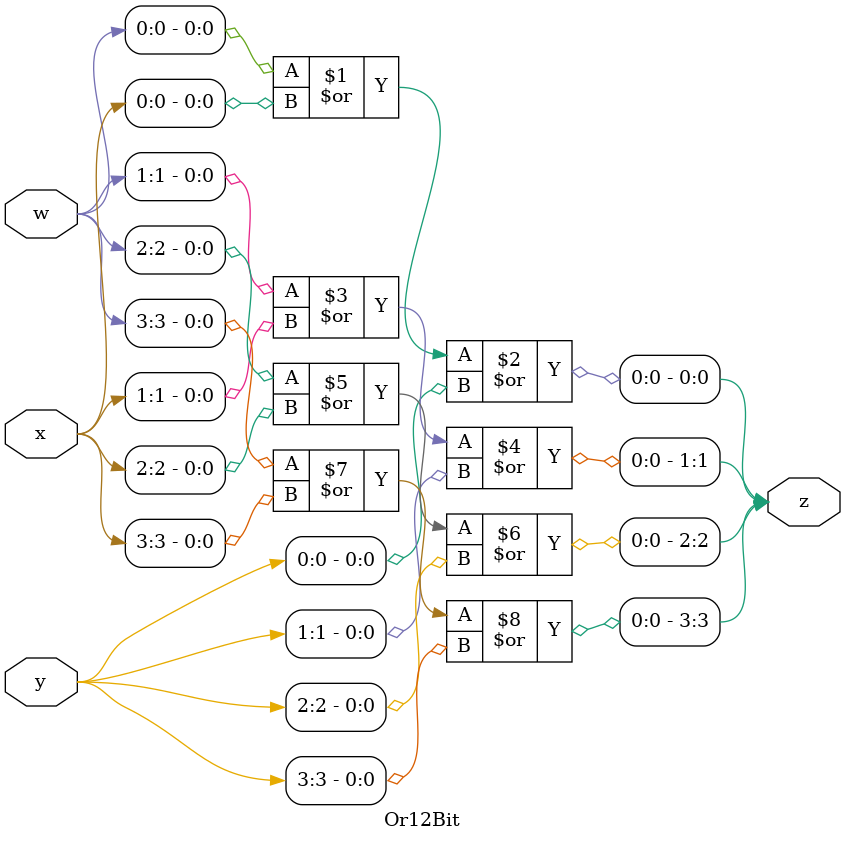
<source format=v>
module Or12Bit(input [3:0] w, x, y, output [3:0] z);
   or(z[0], w[0], x[0], y[0]);
   or(z[1], w[1], x[1], y[1]);
   or(z[2], w[2], x[2], y[2]);
   or(z[3], w[3], x[3], y[3]);
   
endmodule // Or12Bit

</source>
